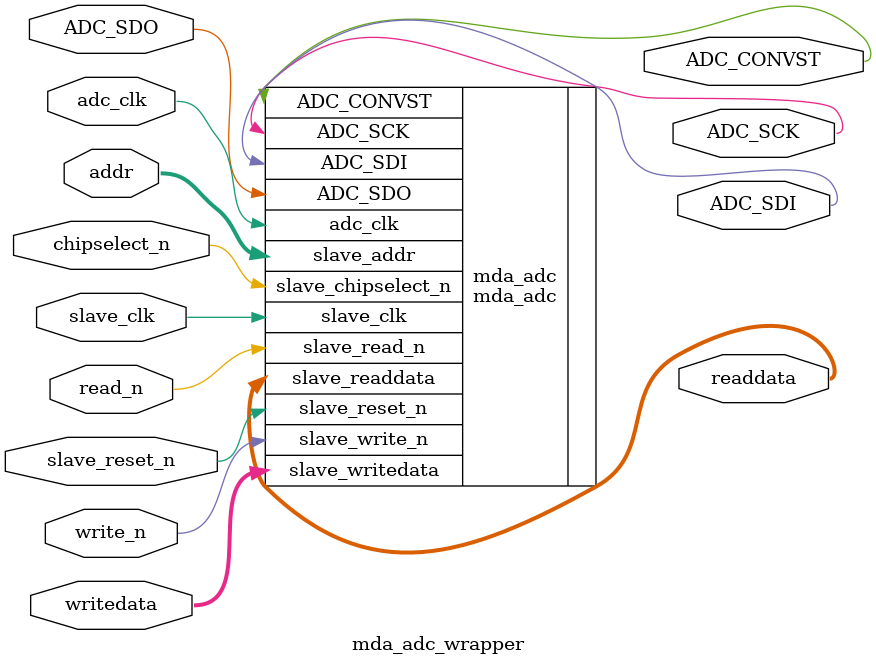
<source format=v>

module mda_adc_wrapper (
	  input  wire        slave_reset_n,  //     reset_sink.reset_n
	  output wire        ADC_CONVST,   //    conduit_end.convst_out
	  output wire        ADC_SCK,      //               .sck_out
	  output wire        ADC_SDI,      //               .sdi_out
	  input  wire        ADC_SDO,      //               .sdo_in
	  input  wire        chipselect_n, //      adc_slave.chipselect_n
	  input  wire [3:0]  addr,         //               .address
	  input  wire        read_n,       //               .read_n
	  output wire [15:0] readdata,     //               .readdata
	  input  wire        write_n,      //               .write_n
	  input  wire [15:0] writedata,    //               .writedata
	  input  wire        adc_clk,      // clock_sink_adc.clk
	  input  wire        slave_clk     //     clock_sink.clk
 );

   mda_adc mda_adc(
		.slave_clk(slave_clk),
		.slave_reset_n(slave_reset_n),
		.slave_chipselect_n(chipselect_n),
		.slave_addr(addr),
		.slave_read_n(read_n),
		.slave_write_n(write_n),
		.slave_readdata(readdata),
		.slave_writedata(writedata),
		.adc_clk(adc_clk),
		.ADC_CONVST(ADC_CONVST),
		.ADC_SCK(ADC_SCK),
		.ADC_SDI(ADC_SDI),
		.ADC_SDO(ADC_SDO)
   );
endmodule


</source>
